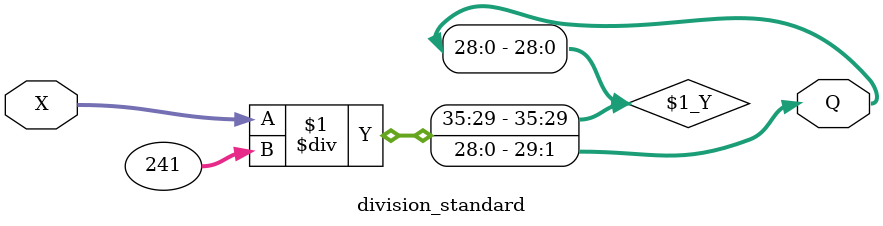
<source format=v>
module division_standard( X, Q);//, R);

input  [36:1] X;
output [29:1] Q; 
//output [8:1] R;

assign Q = X / 241;

//assign R = X % 241;

endmodule

</source>
